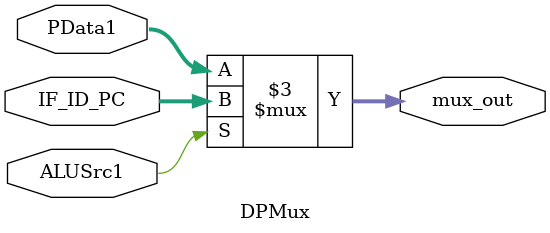
<source format=v>
module DPMux (
    input [31:0] IF_ID_PC,
    input [31:0] PData1,
    input ALUSrc1,
    output reg [31:0] mux_out
);

    always @(*) begin
        if (ALUSrc1)
            mux_out = IF_ID_PC;
        else
            mux_out = PData1;
    end

endmodule

</source>
